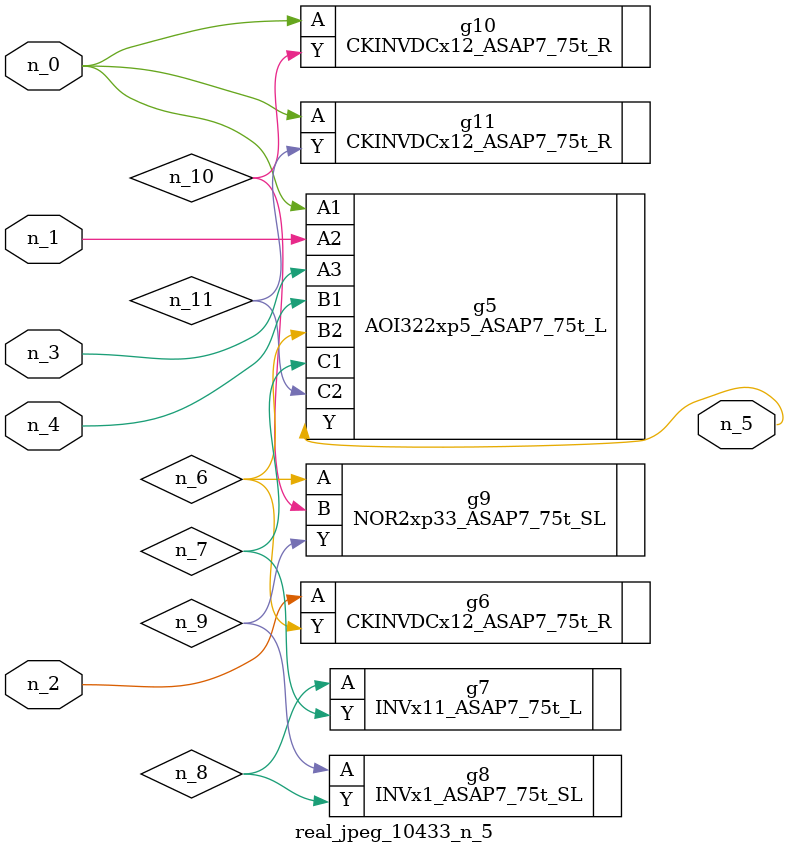
<source format=v>
module real_jpeg_10433_n_5 (n_4, n_0, n_1, n_2, n_3, n_5);

input n_4;
input n_0;
input n_1;
input n_2;
input n_3;

output n_5;

wire n_8;
wire n_11;
wire n_6;
wire n_7;
wire n_10;
wire n_9;

AOI322xp5_ASAP7_75t_L g5 ( 
.A1(n_0),
.A2(n_1),
.A3(n_3),
.B1(n_4),
.B2(n_6),
.C1(n_7),
.C2(n_11),
.Y(n_5)
);

CKINVDCx12_ASAP7_75t_R g10 ( 
.A(n_0),
.Y(n_10)
);

CKINVDCx12_ASAP7_75t_R g11 ( 
.A(n_0),
.Y(n_11)
);

CKINVDCx12_ASAP7_75t_R g6 ( 
.A(n_2),
.Y(n_6)
);

NOR2xp33_ASAP7_75t_SL g9 ( 
.A(n_6),
.B(n_10),
.Y(n_9)
);

INVx11_ASAP7_75t_L g7 ( 
.A(n_8),
.Y(n_7)
);

INVx1_ASAP7_75t_SL g8 ( 
.A(n_9),
.Y(n_8)
);


endmodule
</source>
